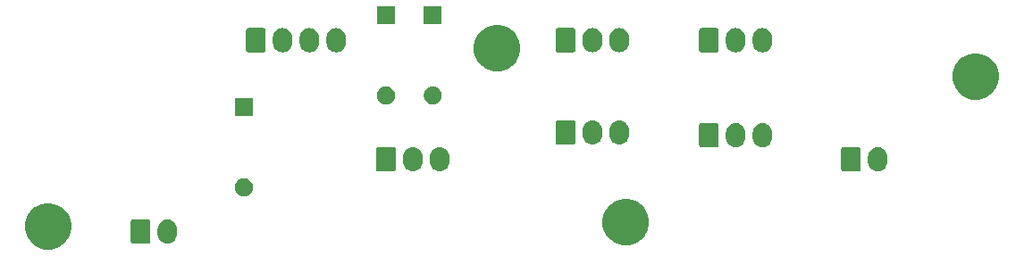
<source format=gbr>
G04 #@! TF.GenerationSoftware,KiCad,Pcbnew,(5.1.5-0-10_14)*
G04 #@! TF.CreationDate,2021-04-18T14:18:57+10:00*
G04 #@! TF.ProjectId,OH - Right Console - 1 - Electrical Power,4f48202d-2052-4696-9768-7420436f6e73,rev?*
G04 #@! TF.SameCoordinates,Original*
G04 #@! TF.FileFunction,Soldermask,Top*
G04 #@! TF.FilePolarity,Negative*
%FSLAX46Y46*%
G04 Gerber Fmt 4.6, Leading zero omitted, Abs format (unit mm)*
G04 Created by KiCad (PCBNEW (5.1.5-0-10_14)) date 2021-04-18 14:18:57*
%MOMM*%
%LPD*%
G04 APERTURE LIST*
%ADD10C,0.100000*%
G04 APERTURE END LIST*
D10*
G36*
X84843007Y-97578582D02*
G01*
X85243563Y-97744498D01*
X85243565Y-97744499D01*
X85604056Y-97985371D01*
X85910629Y-98291944D01*
X86151501Y-98652435D01*
X86151502Y-98652437D01*
X86317418Y-99052993D01*
X86402000Y-99478219D01*
X86402000Y-99911781D01*
X86317418Y-100337007D01*
X86159997Y-100717055D01*
X86151501Y-100737565D01*
X85910629Y-101098056D01*
X85604056Y-101404629D01*
X85243565Y-101645501D01*
X85243564Y-101645502D01*
X85243563Y-101645502D01*
X84843007Y-101811418D01*
X84417781Y-101896000D01*
X83984219Y-101896000D01*
X83558993Y-101811418D01*
X83158437Y-101645502D01*
X83158436Y-101645502D01*
X83158435Y-101645501D01*
X82797944Y-101404629D01*
X82491371Y-101098056D01*
X82250499Y-100737565D01*
X82242003Y-100717055D01*
X82084582Y-100337007D01*
X82000000Y-99911781D01*
X82000000Y-99478219D01*
X82084582Y-99052993D01*
X82250498Y-98652437D01*
X82250499Y-98652435D01*
X82491371Y-98291944D01*
X82797944Y-97985371D01*
X83158435Y-97744499D01*
X83158437Y-97744498D01*
X83558993Y-97578582D01*
X83984219Y-97494000D01*
X84417781Y-97494000D01*
X84843007Y-97578582D01*
G37*
G36*
X139580007Y-97197582D02*
G01*
X139980563Y-97363498D01*
X139980565Y-97363499D01*
X140341056Y-97604371D01*
X140647629Y-97910944D01*
X140697359Y-97985371D01*
X140888502Y-98271437D01*
X141054418Y-98671993D01*
X141139000Y-99097219D01*
X141139000Y-99530781D01*
X141054418Y-99956007D01*
X140896602Y-100337007D01*
X140888501Y-100356565D01*
X140647629Y-100717056D01*
X140341056Y-101023629D01*
X139980565Y-101264501D01*
X139980564Y-101264502D01*
X139980563Y-101264502D01*
X139580007Y-101430418D01*
X139154781Y-101515000D01*
X138721219Y-101515000D01*
X138295993Y-101430418D01*
X137895437Y-101264502D01*
X137895436Y-101264502D01*
X137895435Y-101264501D01*
X137534944Y-101023629D01*
X137228371Y-100717056D01*
X136987499Y-100356565D01*
X136979398Y-100337007D01*
X136821582Y-99956007D01*
X136737000Y-99530781D01*
X136737000Y-99097219D01*
X136821582Y-98671993D01*
X136987498Y-98271437D01*
X137178641Y-97985371D01*
X137228371Y-97910944D01*
X137534944Y-97604371D01*
X137895435Y-97363499D01*
X137895437Y-97363498D01*
X138295993Y-97197582D01*
X138721219Y-97113000D01*
X139154781Y-97113000D01*
X139580007Y-97197582D01*
G37*
G36*
X95684547Y-99065326D02*
G01*
X95858156Y-99117990D01*
X95858158Y-99117991D01*
X96018155Y-99203511D01*
X96158397Y-99318603D01*
X96237729Y-99415271D01*
X96273489Y-99458844D01*
X96359010Y-99618843D01*
X96411674Y-99792452D01*
X96425000Y-99927756D01*
X96425000Y-100478243D01*
X96411674Y-100613548D01*
X96359010Y-100787157D01*
X96273489Y-100947156D01*
X96237729Y-100990729D01*
X96158397Y-101087397D01*
X96061729Y-101166729D01*
X96018156Y-101202489D01*
X95858157Y-101288010D01*
X95684548Y-101340674D01*
X95504000Y-101358456D01*
X95323453Y-101340674D01*
X95149844Y-101288010D01*
X94989845Y-101202489D01*
X94946272Y-101166729D01*
X94849604Y-101087397D01*
X94734513Y-100947157D01*
X94734512Y-100947155D01*
X94648990Y-100787157D01*
X94596326Y-100613548D01*
X94583000Y-100478244D01*
X94583000Y-99927757D01*
X94596326Y-99792453D01*
X94648990Y-99618844D01*
X94696061Y-99530781D01*
X94734511Y-99458845D01*
X94849603Y-99318603D01*
X94975388Y-99215375D01*
X94989844Y-99203511D01*
X95149843Y-99117990D01*
X95323452Y-99065326D01*
X95504000Y-99047544D01*
X95684547Y-99065326D01*
G37*
G36*
X93743561Y-99055966D02*
G01*
X93776383Y-99065923D01*
X93806632Y-99082092D01*
X93833148Y-99103852D01*
X93854908Y-99130368D01*
X93871077Y-99160617D01*
X93881034Y-99193439D01*
X93885000Y-99233713D01*
X93885000Y-101172287D01*
X93881034Y-101212561D01*
X93871077Y-101245383D01*
X93854908Y-101275632D01*
X93833148Y-101302148D01*
X93806632Y-101323908D01*
X93776383Y-101340077D01*
X93743561Y-101350034D01*
X93703287Y-101354000D01*
X92224713Y-101354000D01*
X92184439Y-101350034D01*
X92151617Y-101340077D01*
X92121368Y-101323908D01*
X92094852Y-101302148D01*
X92073092Y-101275632D01*
X92056923Y-101245383D01*
X92046966Y-101212561D01*
X92043000Y-101172287D01*
X92043000Y-99233713D01*
X92046966Y-99193439D01*
X92056923Y-99160617D01*
X92073092Y-99130368D01*
X92094852Y-99103852D01*
X92121368Y-99082092D01*
X92151617Y-99065923D01*
X92184439Y-99055966D01*
X92224713Y-99052000D01*
X93703287Y-99052000D01*
X93743561Y-99055966D01*
G37*
G36*
X102991228Y-95193703D02*
G01*
X103146100Y-95257853D01*
X103285481Y-95350985D01*
X103404015Y-95469519D01*
X103497147Y-95608900D01*
X103561297Y-95763772D01*
X103594000Y-95928184D01*
X103594000Y-96095816D01*
X103561297Y-96260228D01*
X103497147Y-96415100D01*
X103404015Y-96554481D01*
X103285481Y-96673015D01*
X103146100Y-96766147D01*
X102991228Y-96830297D01*
X102826816Y-96863000D01*
X102659184Y-96863000D01*
X102494772Y-96830297D01*
X102339900Y-96766147D01*
X102200519Y-96673015D01*
X102081985Y-96554481D01*
X101988853Y-96415100D01*
X101924703Y-96260228D01*
X101892000Y-96095816D01*
X101892000Y-95928184D01*
X101924703Y-95763772D01*
X101988853Y-95608900D01*
X102081985Y-95469519D01*
X102200519Y-95350985D01*
X102339900Y-95257853D01*
X102494772Y-95193703D01*
X102659184Y-95161000D01*
X102826816Y-95161000D01*
X102991228Y-95193703D01*
G37*
G36*
X118925547Y-92207326D02*
G01*
X119099156Y-92259990D01*
X119099158Y-92259991D01*
X119259155Y-92345511D01*
X119399397Y-92460603D01*
X119478729Y-92557271D01*
X119514489Y-92600844D01*
X119600010Y-92760843D01*
X119652674Y-92934452D01*
X119666000Y-93069756D01*
X119666000Y-93620243D01*
X119652674Y-93755548D01*
X119600010Y-93929157D01*
X119514489Y-94089156D01*
X119478729Y-94132729D01*
X119399397Y-94229397D01*
X119302729Y-94308729D01*
X119259156Y-94344489D01*
X119099157Y-94430010D01*
X118925548Y-94482674D01*
X118745000Y-94500456D01*
X118564453Y-94482674D01*
X118390844Y-94430010D01*
X118230845Y-94344489D01*
X118187272Y-94308729D01*
X118090604Y-94229397D01*
X117975513Y-94089157D01*
X117975512Y-94089155D01*
X117889990Y-93929157D01*
X117837326Y-93755548D01*
X117824000Y-93620244D01*
X117824000Y-93069757D01*
X117837326Y-92934453D01*
X117889990Y-92760844D01*
X117975511Y-92600845D01*
X117975512Y-92600844D01*
X118090603Y-92460603D01*
X118216388Y-92357375D01*
X118230844Y-92345511D01*
X118390843Y-92259990D01*
X118564452Y-92207326D01*
X118745000Y-92189544D01*
X118925547Y-92207326D01*
G37*
G36*
X121465547Y-92207326D02*
G01*
X121639156Y-92259990D01*
X121639158Y-92259991D01*
X121799155Y-92345511D01*
X121939397Y-92460603D01*
X122018729Y-92557271D01*
X122054489Y-92600844D01*
X122140010Y-92760843D01*
X122192674Y-92934452D01*
X122206000Y-93069756D01*
X122206000Y-93620243D01*
X122192674Y-93755548D01*
X122140010Y-93929157D01*
X122054489Y-94089156D01*
X122018729Y-94132729D01*
X121939397Y-94229397D01*
X121842729Y-94308729D01*
X121799156Y-94344489D01*
X121639157Y-94430010D01*
X121465548Y-94482674D01*
X121285000Y-94500456D01*
X121104453Y-94482674D01*
X120930844Y-94430010D01*
X120770845Y-94344489D01*
X120727272Y-94308729D01*
X120630604Y-94229397D01*
X120515513Y-94089157D01*
X120515512Y-94089155D01*
X120429990Y-93929157D01*
X120377326Y-93755548D01*
X120364000Y-93620244D01*
X120364000Y-93069757D01*
X120377326Y-92934453D01*
X120429990Y-92760844D01*
X120515511Y-92600845D01*
X120515512Y-92600844D01*
X120630603Y-92460603D01*
X120756388Y-92357375D01*
X120770844Y-92345511D01*
X120930843Y-92259990D01*
X121104452Y-92207326D01*
X121285000Y-92189544D01*
X121465547Y-92207326D01*
G37*
G36*
X162994547Y-92207326D02*
G01*
X163168156Y-92259990D01*
X163168158Y-92259991D01*
X163328155Y-92345511D01*
X163468397Y-92460603D01*
X163547729Y-92557271D01*
X163583489Y-92600844D01*
X163669010Y-92760843D01*
X163721674Y-92934452D01*
X163735000Y-93069756D01*
X163735000Y-93620243D01*
X163721674Y-93755548D01*
X163669010Y-93929157D01*
X163583489Y-94089156D01*
X163547729Y-94132729D01*
X163468397Y-94229397D01*
X163371729Y-94308729D01*
X163328156Y-94344489D01*
X163168157Y-94430010D01*
X162994548Y-94482674D01*
X162814000Y-94500456D01*
X162633453Y-94482674D01*
X162459844Y-94430010D01*
X162299845Y-94344489D01*
X162256272Y-94308729D01*
X162159604Y-94229397D01*
X162044513Y-94089157D01*
X162044512Y-94089155D01*
X161958990Y-93929157D01*
X161906326Y-93755548D01*
X161893000Y-93620244D01*
X161893000Y-93069757D01*
X161906326Y-92934453D01*
X161958990Y-92760844D01*
X162044511Y-92600845D01*
X162044512Y-92600844D01*
X162159603Y-92460603D01*
X162285388Y-92357375D01*
X162299844Y-92345511D01*
X162459843Y-92259990D01*
X162633452Y-92207326D01*
X162814000Y-92189544D01*
X162994547Y-92207326D01*
G37*
G36*
X161053561Y-92197966D02*
G01*
X161086383Y-92207923D01*
X161116632Y-92224092D01*
X161143148Y-92245852D01*
X161164908Y-92272368D01*
X161181077Y-92302617D01*
X161191034Y-92335439D01*
X161195000Y-92375713D01*
X161195000Y-94314287D01*
X161191034Y-94354561D01*
X161181077Y-94387383D01*
X161164908Y-94417632D01*
X161143148Y-94444148D01*
X161116632Y-94465908D01*
X161086383Y-94482077D01*
X161053561Y-94492034D01*
X161013287Y-94496000D01*
X159534713Y-94496000D01*
X159494439Y-94492034D01*
X159461617Y-94482077D01*
X159431368Y-94465908D01*
X159404852Y-94444148D01*
X159383092Y-94417632D01*
X159366923Y-94387383D01*
X159356966Y-94354561D01*
X159353000Y-94314287D01*
X159353000Y-92375713D01*
X159356966Y-92335439D01*
X159366923Y-92302617D01*
X159383092Y-92272368D01*
X159404852Y-92245852D01*
X159431368Y-92224092D01*
X159461617Y-92207923D01*
X159494439Y-92197966D01*
X159534713Y-92194000D01*
X161013287Y-92194000D01*
X161053561Y-92197966D01*
G37*
G36*
X116984561Y-92197966D02*
G01*
X117017383Y-92207923D01*
X117047632Y-92224092D01*
X117074148Y-92245852D01*
X117095908Y-92272368D01*
X117112077Y-92302617D01*
X117122034Y-92335439D01*
X117126000Y-92375713D01*
X117126000Y-94314287D01*
X117122034Y-94354561D01*
X117112077Y-94387383D01*
X117095908Y-94417632D01*
X117074148Y-94444148D01*
X117047632Y-94465908D01*
X117017383Y-94482077D01*
X116984561Y-94492034D01*
X116944287Y-94496000D01*
X115465713Y-94496000D01*
X115425439Y-94492034D01*
X115392617Y-94482077D01*
X115362368Y-94465908D01*
X115335852Y-94444148D01*
X115314092Y-94417632D01*
X115297923Y-94387383D01*
X115287966Y-94354561D01*
X115284000Y-94314287D01*
X115284000Y-92375713D01*
X115287966Y-92335439D01*
X115297923Y-92302617D01*
X115314092Y-92272368D01*
X115335852Y-92245852D01*
X115362368Y-92224092D01*
X115392617Y-92207923D01*
X115425439Y-92197966D01*
X115465713Y-92194000D01*
X116944287Y-92194000D01*
X116984561Y-92197966D01*
G37*
G36*
X149532547Y-89921326D02*
G01*
X149706156Y-89973990D01*
X149706158Y-89973991D01*
X149866155Y-90059511D01*
X150006397Y-90174603D01*
X150044345Y-90220844D01*
X150121489Y-90314844D01*
X150207010Y-90474843D01*
X150259674Y-90648452D01*
X150273000Y-90783756D01*
X150273000Y-91334243D01*
X150259674Y-91469548D01*
X150207010Y-91643157D01*
X150121489Y-91803156D01*
X150092581Y-91838380D01*
X150006397Y-91943397D01*
X149909729Y-92022729D01*
X149866156Y-92058489D01*
X149706157Y-92144010D01*
X149532548Y-92196674D01*
X149352000Y-92214456D01*
X149171453Y-92196674D01*
X148997844Y-92144010D01*
X148837845Y-92058489D01*
X148794272Y-92022729D01*
X148697604Y-91943397D01*
X148582513Y-91803157D01*
X148582512Y-91803155D01*
X148496990Y-91643157D01*
X148444326Y-91469548D01*
X148431000Y-91334244D01*
X148431000Y-90783757D01*
X148444326Y-90648453D01*
X148496990Y-90474844D01*
X148582511Y-90314845D01*
X148582512Y-90314844D01*
X148697603Y-90174603D01*
X148836219Y-90060845D01*
X148837844Y-90059511D01*
X148997843Y-89973990D01*
X149171452Y-89921326D01*
X149352000Y-89903544D01*
X149532547Y-89921326D01*
G37*
G36*
X152072547Y-89921326D02*
G01*
X152246156Y-89973990D01*
X152246158Y-89973991D01*
X152406155Y-90059511D01*
X152546397Y-90174603D01*
X152584345Y-90220844D01*
X152661489Y-90314844D01*
X152747010Y-90474843D01*
X152799674Y-90648452D01*
X152813000Y-90783756D01*
X152813000Y-91334243D01*
X152799674Y-91469548D01*
X152747010Y-91643157D01*
X152661489Y-91803156D01*
X152632581Y-91838380D01*
X152546397Y-91943397D01*
X152449729Y-92022729D01*
X152406156Y-92058489D01*
X152246157Y-92144010D01*
X152072548Y-92196674D01*
X151892000Y-92214456D01*
X151711453Y-92196674D01*
X151537844Y-92144010D01*
X151377845Y-92058489D01*
X151334272Y-92022729D01*
X151237604Y-91943397D01*
X151122513Y-91803157D01*
X151122512Y-91803155D01*
X151036990Y-91643157D01*
X150984326Y-91469548D01*
X150971000Y-91334244D01*
X150971000Y-90783757D01*
X150984326Y-90648453D01*
X151036990Y-90474844D01*
X151122511Y-90314845D01*
X151122512Y-90314844D01*
X151237603Y-90174603D01*
X151376219Y-90060845D01*
X151377844Y-90059511D01*
X151537843Y-89973990D01*
X151711452Y-89921326D01*
X151892000Y-89903544D01*
X152072547Y-89921326D01*
G37*
G36*
X147591561Y-89911966D02*
G01*
X147624383Y-89921923D01*
X147654632Y-89938092D01*
X147681148Y-89959852D01*
X147702908Y-89986368D01*
X147719077Y-90016617D01*
X147729034Y-90049439D01*
X147733000Y-90089713D01*
X147733000Y-92028287D01*
X147729034Y-92068561D01*
X147719077Y-92101383D01*
X147702908Y-92131632D01*
X147681148Y-92158148D01*
X147654632Y-92179908D01*
X147624383Y-92196077D01*
X147591561Y-92206034D01*
X147551287Y-92210000D01*
X146072713Y-92210000D01*
X146032439Y-92206034D01*
X145999617Y-92196077D01*
X145969368Y-92179908D01*
X145942852Y-92158148D01*
X145921092Y-92131632D01*
X145904923Y-92101383D01*
X145894966Y-92068561D01*
X145891000Y-92028287D01*
X145891000Y-90089713D01*
X145894966Y-90049439D01*
X145904923Y-90016617D01*
X145921092Y-89986368D01*
X145942852Y-89959852D01*
X145969368Y-89938092D01*
X145999617Y-89921923D01*
X146032439Y-89911966D01*
X146072713Y-89908000D01*
X147551287Y-89908000D01*
X147591561Y-89911966D01*
G37*
G36*
X135943547Y-89667326D02*
G01*
X136117156Y-89719990D01*
X136117158Y-89719991D01*
X136277155Y-89805511D01*
X136417397Y-89920603D01*
X136470668Y-89985515D01*
X136532489Y-90060844D01*
X136618010Y-90220843D01*
X136670674Y-90394452D01*
X136684000Y-90529756D01*
X136684000Y-91080243D01*
X136670674Y-91215548D01*
X136618010Y-91389157D01*
X136532489Y-91549156D01*
X136496729Y-91592729D01*
X136417397Y-91689397D01*
X136320729Y-91768729D01*
X136277156Y-91804489D01*
X136117157Y-91890010D01*
X135943548Y-91942674D01*
X135763000Y-91960456D01*
X135582453Y-91942674D01*
X135408844Y-91890010D01*
X135248845Y-91804489D01*
X135205272Y-91768729D01*
X135108604Y-91689397D01*
X134993513Y-91549157D01*
X134993512Y-91549155D01*
X134907990Y-91389157D01*
X134855326Y-91215548D01*
X134842000Y-91080244D01*
X134842000Y-90529757D01*
X134855326Y-90394453D01*
X134907990Y-90220844D01*
X134993511Y-90060845D01*
X135022419Y-90025620D01*
X135108603Y-89920603D01*
X135234388Y-89817375D01*
X135248844Y-89805511D01*
X135408843Y-89719990D01*
X135582452Y-89667326D01*
X135763000Y-89649544D01*
X135943547Y-89667326D01*
G37*
G36*
X138483547Y-89667326D02*
G01*
X138657156Y-89719990D01*
X138657158Y-89719991D01*
X138817155Y-89805511D01*
X138957397Y-89920603D01*
X139010668Y-89985515D01*
X139072489Y-90060844D01*
X139158010Y-90220843D01*
X139210674Y-90394452D01*
X139224000Y-90529756D01*
X139224000Y-91080243D01*
X139210674Y-91215548D01*
X139158010Y-91389157D01*
X139072489Y-91549156D01*
X139036729Y-91592729D01*
X138957397Y-91689397D01*
X138860729Y-91768729D01*
X138817156Y-91804489D01*
X138657157Y-91890010D01*
X138483548Y-91942674D01*
X138303000Y-91960456D01*
X138122453Y-91942674D01*
X137948844Y-91890010D01*
X137788845Y-91804489D01*
X137745272Y-91768729D01*
X137648604Y-91689397D01*
X137533513Y-91549157D01*
X137533512Y-91549155D01*
X137447990Y-91389157D01*
X137395326Y-91215548D01*
X137382000Y-91080244D01*
X137382000Y-90529757D01*
X137395326Y-90394453D01*
X137447990Y-90220844D01*
X137533511Y-90060845D01*
X137562419Y-90025620D01*
X137648603Y-89920603D01*
X137774388Y-89817375D01*
X137788844Y-89805511D01*
X137948843Y-89719990D01*
X138122452Y-89667326D01*
X138303000Y-89649544D01*
X138483547Y-89667326D01*
G37*
G36*
X134002561Y-89657966D02*
G01*
X134035383Y-89667923D01*
X134065632Y-89684092D01*
X134092148Y-89705852D01*
X134113908Y-89732368D01*
X134130077Y-89762617D01*
X134140034Y-89795439D01*
X134144000Y-89835713D01*
X134144000Y-91774287D01*
X134140034Y-91814561D01*
X134130077Y-91847383D01*
X134113908Y-91877632D01*
X134092148Y-91904148D01*
X134065632Y-91925908D01*
X134035383Y-91942077D01*
X134002561Y-91952034D01*
X133962287Y-91956000D01*
X132483713Y-91956000D01*
X132443439Y-91952034D01*
X132410617Y-91942077D01*
X132380368Y-91925908D01*
X132353852Y-91904148D01*
X132332092Y-91877632D01*
X132315923Y-91847383D01*
X132305966Y-91814561D01*
X132302000Y-91774287D01*
X132302000Y-89835713D01*
X132305966Y-89795439D01*
X132315923Y-89762617D01*
X132332092Y-89732368D01*
X132353852Y-89705852D01*
X132380368Y-89684092D01*
X132410617Y-89667923D01*
X132443439Y-89657966D01*
X132483713Y-89654000D01*
X133962287Y-89654000D01*
X134002561Y-89657966D01*
G37*
G36*
X103594000Y-89243000D02*
G01*
X101892000Y-89243000D01*
X101892000Y-87541000D01*
X103594000Y-87541000D01*
X103594000Y-89243000D01*
G37*
G36*
X116453228Y-86473703D02*
G01*
X116608100Y-86537853D01*
X116747481Y-86630985D01*
X116866015Y-86749519D01*
X116959147Y-86888900D01*
X117023297Y-87043772D01*
X117056000Y-87208184D01*
X117056000Y-87375816D01*
X117023297Y-87540228D01*
X116959147Y-87695100D01*
X116866015Y-87834481D01*
X116747481Y-87953015D01*
X116608100Y-88046147D01*
X116453228Y-88110297D01*
X116288816Y-88143000D01*
X116121184Y-88143000D01*
X115956772Y-88110297D01*
X115801900Y-88046147D01*
X115662519Y-87953015D01*
X115543985Y-87834481D01*
X115450853Y-87695100D01*
X115386703Y-87540228D01*
X115354000Y-87375816D01*
X115354000Y-87208184D01*
X115386703Y-87043772D01*
X115450853Y-86888900D01*
X115543985Y-86749519D01*
X115662519Y-86630985D01*
X115801900Y-86537853D01*
X115956772Y-86473703D01*
X116121184Y-86441000D01*
X116288816Y-86441000D01*
X116453228Y-86473703D01*
G37*
G36*
X120898228Y-86473703D02*
G01*
X121053100Y-86537853D01*
X121192481Y-86630985D01*
X121311015Y-86749519D01*
X121404147Y-86888900D01*
X121468297Y-87043772D01*
X121501000Y-87208184D01*
X121501000Y-87375816D01*
X121468297Y-87540228D01*
X121404147Y-87695100D01*
X121311015Y-87834481D01*
X121192481Y-87953015D01*
X121053100Y-88046147D01*
X120898228Y-88110297D01*
X120733816Y-88143000D01*
X120566184Y-88143000D01*
X120401772Y-88110297D01*
X120246900Y-88046147D01*
X120107519Y-87953015D01*
X119988985Y-87834481D01*
X119895853Y-87695100D01*
X119831703Y-87540228D01*
X119799000Y-87375816D01*
X119799000Y-87208184D01*
X119831703Y-87043772D01*
X119895853Y-86888900D01*
X119988985Y-86749519D01*
X120107519Y-86630985D01*
X120246900Y-86537853D01*
X120401772Y-86473703D01*
X120566184Y-86441000D01*
X120733816Y-86441000D01*
X120898228Y-86473703D01*
G37*
G36*
X172727007Y-83354582D02*
G01*
X173127563Y-83520498D01*
X173127565Y-83520499D01*
X173488056Y-83761371D01*
X173794629Y-84067944D01*
X174035501Y-84428435D01*
X174035502Y-84428437D01*
X174201418Y-84828993D01*
X174286000Y-85254219D01*
X174286000Y-85687781D01*
X174201418Y-86113007D01*
X174052012Y-86473705D01*
X174035501Y-86513565D01*
X173794629Y-86874056D01*
X173488056Y-87180629D01*
X173127565Y-87421501D01*
X173127564Y-87421502D01*
X173127563Y-87421502D01*
X172727007Y-87587418D01*
X172301781Y-87672000D01*
X171868219Y-87672000D01*
X171442993Y-87587418D01*
X171042437Y-87421502D01*
X171042436Y-87421502D01*
X171042435Y-87421501D01*
X170681944Y-87180629D01*
X170375371Y-86874056D01*
X170134499Y-86513565D01*
X170117988Y-86473705D01*
X169968582Y-86113007D01*
X169884000Y-85687781D01*
X169884000Y-85254219D01*
X169968582Y-84828993D01*
X170134498Y-84428437D01*
X170134499Y-84428435D01*
X170375371Y-84067944D01*
X170681944Y-83761371D01*
X171042435Y-83520499D01*
X171042437Y-83520498D01*
X171442993Y-83354582D01*
X171868219Y-83270000D01*
X172301781Y-83270000D01*
X172727007Y-83354582D01*
G37*
G36*
X127388007Y-80687582D02*
G01*
X127788563Y-80853498D01*
X127788565Y-80853499D01*
X128149056Y-81094371D01*
X128455629Y-81400944D01*
X128609651Y-81631455D01*
X128696502Y-81761437D01*
X128862418Y-82161993D01*
X128947000Y-82587219D01*
X128947000Y-83020781D01*
X128862418Y-83446007D01*
X128696502Y-83846563D01*
X128696501Y-83846565D01*
X128455629Y-84207056D01*
X128149056Y-84513629D01*
X127788565Y-84754501D01*
X127788564Y-84754502D01*
X127788563Y-84754502D01*
X127388007Y-84920418D01*
X126962781Y-85005000D01*
X126529219Y-85005000D01*
X126103993Y-84920418D01*
X125703437Y-84754502D01*
X125703436Y-84754502D01*
X125703435Y-84754501D01*
X125342944Y-84513629D01*
X125036371Y-84207056D01*
X124795499Y-83846565D01*
X124795498Y-83846563D01*
X124629582Y-83446007D01*
X124545000Y-83020781D01*
X124545000Y-82587219D01*
X124629582Y-82161993D01*
X124795498Y-81761437D01*
X124882349Y-81631455D01*
X125036371Y-81400944D01*
X125342944Y-81094371D01*
X125703435Y-80853499D01*
X125703437Y-80853498D01*
X126103993Y-80687582D01*
X126529219Y-80603000D01*
X126962781Y-80603000D01*
X127388007Y-80687582D01*
G37*
G36*
X138483547Y-80904326D02*
G01*
X138657156Y-80956990D01*
X138657158Y-80956991D01*
X138817155Y-81042511D01*
X138957397Y-81157603D01*
X139036729Y-81254271D01*
X139072489Y-81297844D01*
X139158010Y-81457843D01*
X139210674Y-81631452D01*
X139224000Y-81766756D01*
X139224000Y-82317243D01*
X139210674Y-82452548D01*
X139158010Y-82626157D01*
X139072489Y-82786156D01*
X139036729Y-82829729D01*
X138957397Y-82926397D01*
X138860729Y-83005729D01*
X138817156Y-83041489D01*
X138657157Y-83127010D01*
X138483548Y-83179674D01*
X138303000Y-83197456D01*
X138122453Y-83179674D01*
X137948844Y-83127010D01*
X137788845Y-83041489D01*
X137745272Y-83005729D01*
X137648604Y-82926397D01*
X137533513Y-82786157D01*
X137533512Y-82786155D01*
X137447990Y-82626157D01*
X137395326Y-82452548D01*
X137382000Y-82317244D01*
X137382000Y-81766757D01*
X137395326Y-81631453D01*
X137447990Y-81457844D01*
X137533511Y-81297845D01*
X137533512Y-81297844D01*
X137648603Y-81157603D01*
X137774388Y-81054375D01*
X137788844Y-81042511D01*
X137948843Y-80956990D01*
X138122452Y-80904326D01*
X138303000Y-80886544D01*
X138483547Y-80904326D01*
G37*
G36*
X149532547Y-80904326D02*
G01*
X149706156Y-80956990D01*
X149706158Y-80956991D01*
X149866155Y-81042511D01*
X150006397Y-81157603D01*
X150085729Y-81254271D01*
X150121489Y-81297844D01*
X150207010Y-81457843D01*
X150259674Y-81631452D01*
X150273000Y-81766756D01*
X150273000Y-82317243D01*
X150259674Y-82452548D01*
X150207010Y-82626157D01*
X150121489Y-82786156D01*
X150085729Y-82829729D01*
X150006397Y-82926397D01*
X149909729Y-83005729D01*
X149866156Y-83041489D01*
X149706157Y-83127010D01*
X149532548Y-83179674D01*
X149352000Y-83197456D01*
X149171453Y-83179674D01*
X148997844Y-83127010D01*
X148837845Y-83041489D01*
X148794272Y-83005729D01*
X148697604Y-82926397D01*
X148582513Y-82786157D01*
X148582512Y-82786155D01*
X148496990Y-82626157D01*
X148444326Y-82452548D01*
X148431000Y-82317244D01*
X148431000Y-81766757D01*
X148444326Y-81631453D01*
X148496990Y-81457844D01*
X148582511Y-81297845D01*
X148582512Y-81297844D01*
X148697603Y-81157603D01*
X148823388Y-81054375D01*
X148837844Y-81042511D01*
X148997843Y-80956990D01*
X149171452Y-80904326D01*
X149352000Y-80886544D01*
X149532547Y-80904326D01*
G37*
G36*
X152072547Y-80904326D02*
G01*
X152246156Y-80956990D01*
X152246158Y-80956991D01*
X152406155Y-81042511D01*
X152546397Y-81157603D01*
X152625729Y-81254271D01*
X152661489Y-81297844D01*
X152747010Y-81457843D01*
X152799674Y-81631452D01*
X152813000Y-81766756D01*
X152813000Y-82317243D01*
X152799674Y-82452548D01*
X152747010Y-82626157D01*
X152661489Y-82786156D01*
X152625729Y-82829729D01*
X152546397Y-82926397D01*
X152449729Y-83005729D01*
X152406156Y-83041489D01*
X152246157Y-83127010D01*
X152072548Y-83179674D01*
X151892000Y-83197456D01*
X151711453Y-83179674D01*
X151537844Y-83127010D01*
X151377845Y-83041489D01*
X151334272Y-83005729D01*
X151237604Y-82926397D01*
X151122513Y-82786157D01*
X151122512Y-82786155D01*
X151036990Y-82626157D01*
X150984326Y-82452548D01*
X150971000Y-82317244D01*
X150971000Y-81766757D01*
X150984326Y-81631453D01*
X151036990Y-81457844D01*
X151122511Y-81297845D01*
X151122512Y-81297844D01*
X151237603Y-81157603D01*
X151363388Y-81054375D01*
X151377844Y-81042511D01*
X151537843Y-80956990D01*
X151711452Y-80904326D01*
X151892000Y-80886544D01*
X152072547Y-80904326D01*
G37*
G36*
X111686547Y-80904326D02*
G01*
X111860156Y-80956990D01*
X111860158Y-80956991D01*
X112020155Y-81042511D01*
X112160397Y-81157603D01*
X112239729Y-81254271D01*
X112275489Y-81297844D01*
X112361010Y-81457843D01*
X112413674Y-81631452D01*
X112427000Y-81766756D01*
X112427000Y-82317243D01*
X112413674Y-82452548D01*
X112361010Y-82626157D01*
X112275489Y-82786156D01*
X112239729Y-82829729D01*
X112160397Y-82926397D01*
X112063729Y-83005729D01*
X112020156Y-83041489D01*
X111860157Y-83127010D01*
X111686548Y-83179674D01*
X111506000Y-83197456D01*
X111325453Y-83179674D01*
X111151844Y-83127010D01*
X110991845Y-83041489D01*
X110948272Y-83005729D01*
X110851604Y-82926397D01*
X110736513Y-82786157D01*
X110736512Y-82786155D01*
X110650990Y-82626157D01*
X110598326Y-82452548D01*
X110585000Y-82317244D01*
X110585000Y-81766757D01*
X110598326Y-81631453D01*
X110650990Y-81457844D01*
X110736511Y-81297845D01*
X110736512Y-81297844D01*
X110851603Y-81157603D01*
X110977388Y-81054375D01*
X110991844Y-81042511D01*
X111151843Y-80956990D01*
X111325452Y-80904326D01*
X111506000Y-80886544D01*
X111686547Y-80904326D01*
G37*
G36*
X109146547Y-80904326D02*
G01*
X109320156Y-80956990D01*
X109320158Y-80956991D01*
X109480155Y-81042511D01*
X109620397Y-81157603D01*
X109699729Y-81254271D01*
X109735489Y-81297844D01*
X109821010Y-81457843D01*
X109873674Y-81631452D01*
X109887000Y-81766756D01*
X109887000Y-82317243D01*
X109873674Y-82452548D01*
X109821010Y-82626157D01*
X109735489Y-82786156D01*
X109699729Y-82829729D01*
X109620397Y-82926397D01*
X109523729Y-83005729D01*
X109480156Y-83041489D01*
X109320157Y-83127010D01*
X109146548Y-83179674D01*
X108966000Y-83197456D01*
X108785453Y-83179674D01*
X108611844Y-83127010D01*
X108451845Y-83041489D01*
X108408272Y-83005729D01*
X108311604Y-82926397D01*
X108196513Y-82786157D01*
X108196512Y-82786155D01*
X108110990Y-82626157D01*
X108058326Y-82452548D01*
X108045000Y-82317244D01*
X108045000Y-81766757D01*
X108058326Y-81631453D01*
X108110990Y-81457844D01*
X108196511Y-81297845D01*
X108196512Y-81297844D01*
X108311603Y-81157603D01*
X108437388Y-81054375D01*
X108451844Y-81042511D01*
X108611843Y-80956990D01*
X108785452Y-80904326D01*
X108966000Y-80886544D01*
X109146547Y-80904326D01*
G37*
G36*
X106606547Y-80904326D02*
G01*
X106780156Y-80956990D01*
X106780158Y-80956991D01*
X106940155Y-81042511D01*
X107080397Y-81157603D01*
X107159729Y-81254271D01*
X107195489Y-81297844D01*
X107281010Y-81457843D01*
X107333674Y-81631452D01*
X107347000Y-81766756D01*
X107347000Y-82317243D01*
X107333674Y-82452548D01*
X107281010Y-82626157D01*
X107195489Y-82786156D01*
X107159729Y-82829729D01*
X107080397Y-82926397D01*
X106983729Y-83005729D01*
X106940156Y-83041489D01*
X106780157Y-83127010D01*
X106606548Y-83179674D01*
X106426000Y-83197456D01*
X106245453Y-83179674D01*
X106071844Y-83127010D01*
X105911845Y-83041489D01*
X105868272Y-83005729D01*
X105771604Y-82926397D01*
X105656513Y-82786157D01*
X105656512Y-82786155D01*
X105570990Y-82626157D01*
X105518326Y-82452548D01*
X105505000Y-82317244D01*
X105505000Y-81766757D01*
X105518326Y-81631453D01*
X105570990Y-81457844D01*
X105656511Y-81297845D01*
X105656512Y-81297844D01*
X105771603Y-81157603D01*
X105897388Y-81054375D01*
X105911844Y-81042511D01*
X106071843Y-80956990D01*
X106245452Y-80904326D01*
X106426000Y-80886544D01*
X106606547Y-80904326D01*
G37*
G36*
X135943547Y-80904326D02*
G01*
X136117156Y-80956990D01*
X136117158Y-80956991D01*
X136277155Y-81042511D01*
X136417397Y-81157603D01*
X136496729Y-81254271D01*
X136532489Y-81297844D01*
X136618010Y-81457843D01*
X136670674Y-81631452D01*
X136684000Y-81766756D01*
X136684000Y-82317243D01*
X136670674Y-82452548D01*
X136618010Y-82626157D01*
X136532489Y-82786156D01*
X136496729Y-82829729D01*
X136417397Y-82926397D01*
X136320729Y-83005729D01*
X136277156Y-83041489D01*
X136117157Y-83127010D01*
X135943548Y-83179674D01*
X135763000Y-83197456D01*
X135582453Y-83179674D01*
X135408844Y-83127010D01*
X135248845Y-83041489D01*
X135205272Y-83005729D01*
X135108604Y-82926397D01*
X134993513Y-82786157D01*
X134993512Y-82786155D01*
X134907990Y-82626157D01*
X134855326Y-82452548D01*
X134842000Y-82317244D01*
X134842000Y-81766757D01*
X134855326Y-81631453D01*
X134907990Y-81457844D01*
X134993511Y-81297845D01*
X134993512Y-81297844D01*
X135108603Y-81157603D01*
X135234388Y-81054375D01*
X135248844Y-81042511D01*
X135408843Y-80956990D01*
X135582452Y-80904326D01*
X135763000Y-80886544D01*
X135943547Y-80904326D01*
G37*
G36*
X104665561Y-80894966D02*
G01*
X104698383Y-80904923D01*
X104728632Y-80921092D01*
X104755148Y-80942852D01*
X104776908Y-80969368D01*
X104793077Y-80999617D01*
X104803034Y-81032439D01*
X104807000Y-81072713D01*
X104807000Y-83011287D01*
X104803034Y-83051561D01*
X104793077Y-83084383D01*
X104776908Y-83114632D01*
X104755148Y-83141148D01*
X104728632Y-83162908D01*
X104698383Y-83179077D01*
X104665561Y-83189034D01*
X104625287Y-83193000D01*
X103146713Y-83193000D01*
X103106439Y-83189034D01*
X103073617Y-83179077D01*
X103043368Y-83162908D01*
X103016852Y-83141148D01*
X102995092Y-83114632D01*
X102978923Y-83084383D01*
X102968966Y-83051561D01*
X102965000Y-83011287D01*
X102965000Y-81072713D01*
X102968966Y-81032439D01*
X102978923Y-80999617D01*
X102995092Y-80969368D01*
X103016852Y-80942852D01*
X103043368Y-80921092D01*
X103073617Y-80904923D01*
X103106439Y-80894966D01*
X103146713Y-80891000D01*
X104625287Y-80891000D01*
X104665561Y-80894966D01*
G37*
G36*
X134002561Y-80894966D02*
G01*
X134035383Y-80904923D01*
X134065632Y-80921092D01*
X134092148Y-80942852D01*
X134113908Y-80969368D01*
X134130077Y-80999617D01*
X134140034Y-81032439D01*
X134144000Y-81072713D01*
X134144000Y-83011287D01*
X134140034Y-83051561D01*
X134130077Y-83084383D01*
X134113908Y-83114632D01*
X134092148Y-83141148D01*
X134065632Y-83162908D01*
X134035383Y-83179077D01*
X134002561Y-83189034D01*
X133962287Y-83193000D01*
X132483713Y-83193000D01*
X132443439Y-83189034D01*
X132410617Y-83179077D01*
X132380368Y-83162908D01*
X132353852Y-83141148D01*
X132332092Y-83114632D01*
X132315923Y-83084383D01*
X132305966Y-83051561D01*
X132302000Y-83011287D01*
X132302000Y-81072713D01*
X132305966Y-81032439D01*
X132315923Y-80999617D01*
X132332092Y-80969368D01*
X132353852Y-80942852D01*
X132380368Y-80921092D01*
X132410617Y-80904923D01*
X132443439Y-80894966D01*
X132483713Y-80891000D01*
X133962287Y-80891000D01*
X134002561Y-80894966D01*
G37*
G36*
X147591561Y-80894966D02*
G01*
X147624383Y-80904923D01*
X147654632Y-80921092D01*
X147681148Y-80942852D01*
X147702908Y-80969368D01*
X147719077Y-80999617D01*
X147729034Y-81032439D01*
X147733000Y-81072713D01*
X147733000Y-83011287D01*
X147729034Y-83051561D01*
X147719077Y-83084383D01*
X147702908Y-83114632D01*
X147681148Y-83141148D01*
X147654632Y-83162908D01*
X147624383Y-83179077D01*
X147591561Y-83189034D01*
X147551287Y-83193000D01*
X146072713Y-83193000D01*
X146032439Y-83189034D01*
X145999617Y-83179077D01*
X145969368Y-83162908D01*
X145942852Y-83141148D01*
X145921092Y-83114632D01*
X145904923Y-83084383D01*
X145894966Y-83051561D01*
X145891000Y-83011287D01*
X145891000Y-81072713D01*
X145894966Y-81032439D01*
X145904923Y-80999617D01*
X145921092Y-80969368D01*
X145942852Y-80942852D01*
X145969368Y-80921092D01*
X145999617Y-80904923D01*
X146032439Y-80894966D01*
X146072713Y-80891000D01*
X147551287Y-80891000D01*
X147591561Y-80894966D01*
G37*
G36*
X117056000Y-80523000D02*
G01*
X115354000Y-80523000D01*
X115354000Y-78821000D01*
X117056000Y-78821000D01*
X117056000Y-80523000D01*
G37*
G36*
X121501000Y-80523000D02*
G01*
X119799000Y-80523000D01*
X119799000Y-78821000D01*
X121501000Y-78821000D01*
X121501000Y-80523000D01*
G37*
M02*

</source>
